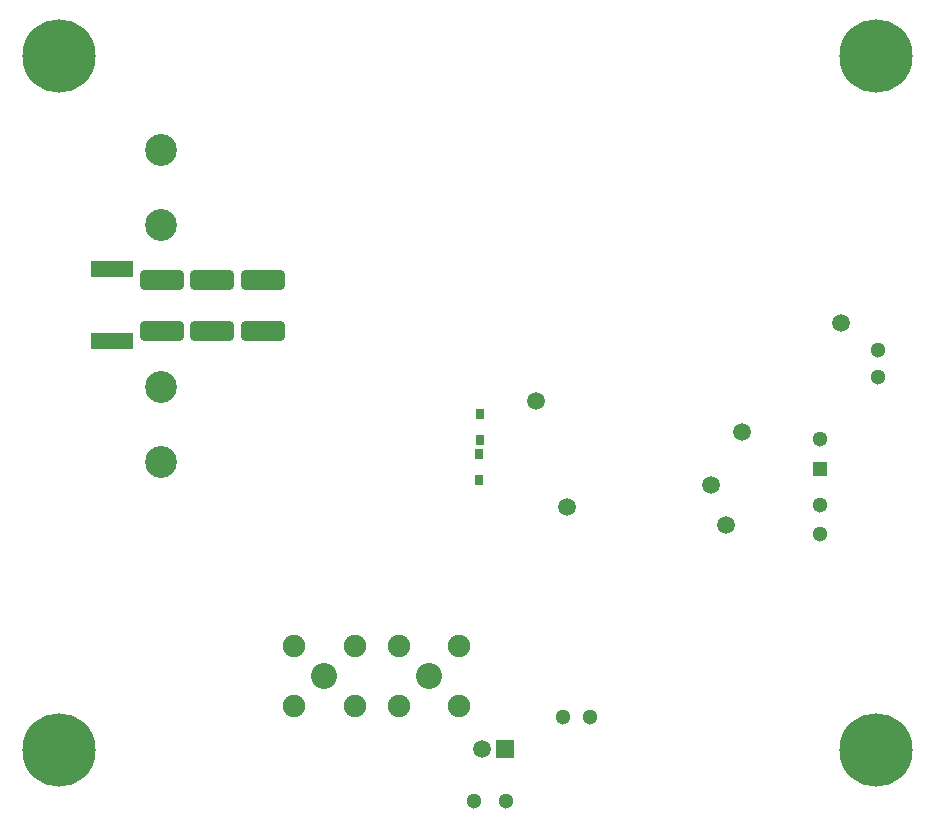
<source format=gbr>
%TF.GenerationSoftware,Altium Limited,Altium Designer,22.9.1 (49)*%
G04 Layer_Color=16711935*
%FSLAX45Y45*%
%MOMM*%
%TF.SameCoordinates,C6D2A98E-D71B-44EB-B230-12E80A119C5B*%
%TF.FilePolarity,Negative*%
%TF.FileFunction,Soldermask,Bot*%
%TF.Part,Single*%
G01*
G75*
%TA.AperFunction,SMDPad,CuDef*%
G04:AMPARAMS|DCode=31|XSize=1.7mm|YSize=3.8mm|CornerRadius=0.425mm|HoleSize=0mm|Usage=FLASHONLY|Rotation=90.000|XOffset=0mm|YOffset=0mm|HoleType=Round|Shape=RoundedRectangle|*
%AMROUNDEDRECTD31*
21,1,1.70000,2.95000,0,0,90.0*
21,1,0.85000,3.80000,0,0,90.0*
1,1,0.85000,1.47500,0.42500*
1,1,0.85000,1.47500,-0.42500*
1,1,0.85000,-1.47500,-0.42500*
1,1,0.85000,-1.47500,0.42500*
%
%ADD31ROUNDEDRECTD31*%
%TA.AperFunction,ComponentPad*%
%ADD43C,1.30000*%
%ADD44C,1.90500*%
%ADD49R,1.30000X1.30000*%
%TA.AperFunction,SMDPad,CuDef*%
%ADD53R,0.80000X0.90000*%
%ADD55R,3.60320X1.45320*%
%TA.AperFunction,ComponentPad*%
%ADD56C,1.50320*%
%ADD57C,2.20980*%
%ADD58R,1.50320X1.50320*%
%ADD59C,6.20320*%
%ADD60C,2.70320*%
D31*
X1327460Y4317499D02*
D03*
Y4747501D02*
D03*
X1757500Y4317499D02*
D03*
Y4747501D02*
D03*
X2187540Y4317499D02*
D03*
Y4747501D02*
D03*
D43*
X6897500Y3397500D02*
D03*
X7390771Y4155507D02*
D03*
X6897500Y2595000D02*
D03*
Y2841380D02*
D03*
X4240000Y337500D02*
D03*
X3972500D02*
D03*
X4957500Y1042500D02*
D03*
X4727500D02*
D03*
X7390771Y3926907D02*
D03*
D44*
X3847770Y1137230D02*
D03*
X3337230D02*
D03*
Y1647770D02*
D03*
X3847770D02*
D03*
X2960270Y1137230D02*
D03*
X2449730D02*
D03*
X2960270Y1647770D02*
D03*
X2449730D02*
D03*
D49*
X6897500Y3143500D02*
D03*
D53*
X4022500Y3607500D02*
D03*
Y3387500D02*
D03*
X4017500Y3052500D02*
D03*
Y3272500D02*
D03*
D55*
X910118Y4227494D02*
D03*
Y4837490D02*
D03*
D56*
X4497500Y3720000D02*
D03*
X6102500Y2670000D02*
D03*
X4037500Y777500D02*
D03*
X6237500Y3460000D02*
D03*
X5975000Y3010000D02*
D03*
X4760000Y2820000D02*
D03*
X7080000Y4385000D02*
D03*
D57*
X3592500Y1392500D02*
D03*
X2705000D02*
D03*
D58*
X4237500Y777500D02*
D03*
D59*
X457500Y762500D02*
D03*
Y6642500D02*
D03*
X7377500D02*
D03*
Y762500D02*
D03*
D60*
X1322500Y5210000D02*
D03*
Y5845000D02*
D03*
Y3837500D02*
D03*
Y3202500D02*
D03*
%TF.MD5,796d211a9fde68d8f4288bf0ec56a233*%
M02*

</source>
